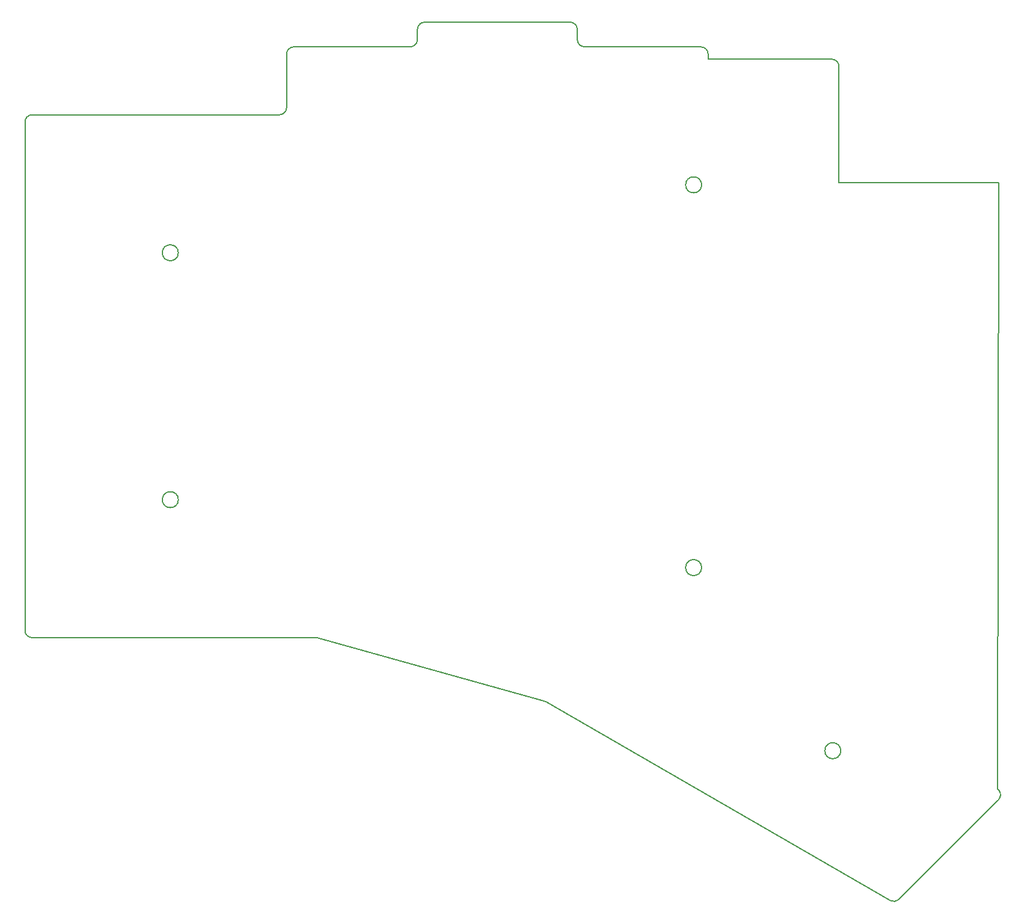
<source format=gm1>
G04 #@! TF.GenerationSoftware,KiCad,Pcbnew,8.0.8+1*
G04 #@! TF.CreationDate,2025-03-17T19:58:04+00:00*
G04 #@! TF.ProjectId,bottom_plate,626f7474-6f6d-45f7-906c-6174652e6b69,0.1*
G04 #@! TF.SameCoordinates,Original*
G04 #@! TF.FileFunction,Profile,NP*
%FSLAX46Y46*%
G04 Gerber Fmt 4.6, Leading zero omitted, Abs format (unit mm)*
G04 Created by KiCad (PCBNEW 8.0.8+1) date 2025-03-17 19:58:04*
%MOMM*%
%LPD*%
G01*
G04 APERTURE LIST*
G04 #@! TA.AperFunction,Profile*
%ADD10C,0.150000*%
G04 #@! TD*
G04 APERTURE END LIST*
D10*
X39000000Y-159500000D02*
X39000000Y-89500000D01*
X40000000Y-88500000D02*
X74000000Y-88500000D01*
X75000000Y-87500000D02*
X75000000Y-80150000D01*
X76000000Y-79150000D02*
X92000000Y-79150000D01*
X93000000Y-78150000D02*
X93000000Y-76750000D01*
X94000000Y-75750000D02*
X114000000Y-75750000D01*
X115000000Y-76750000D02*
X115000000Y-78150000D01*
X116000000Y-79150000D02*
X132000000Y-79150000D01*
X133000000Y-80150000D02*
X133000000Y-80850000D01*
X133000000Y-80850000D02*
X150000000Y-80850000D01*
X151000000Y-81850000D02*
X151000000Y-97850000D01*
X172845574Y-181295623D02*
X173017912Y-181520029D01*
X172931915Y-182836221D02*
X159245626Y-196522510D01*
X158038520Y-196681428D02*
X110660495Y-169327713D01*
X110428144Y-169230222D02*
X79131338Y-160536484D01*
X78863689Y-160500000D02*
X40000000Y-160500000D01*
X39000000Y-89500000D02*
G75*
G02*
X40000000Y-88500000I1000000J0D01*
G01*
X75000000Y-87500000D02*
G75*
G02*
X74000000Y-88500000I-1000000J0D01*
G01*
X75000000Y-80150000D02*
G75*
G02*
X76000000Y-79150000I1000000J0D01*
G01*
X93000000Y-78150000D02*
G75*
G02*
X92000000Y-79150000I-1000000J0D01*
G01*
X93000000Y-76750000D02*
G75*
G02*
X94000000Y-75750000I1000000J0D01*
G01*
X114000000Y-75750000D02*
G75*
G02*
X115000000Y-76750000I0J-1000000D01*
G01*
X116000000Y-79150000D02*
G75*
G02*
X115000000Y-78150000I0J1000000D01*
G01*
X132000000Y-79150000D02*
G75*
G02*
X133000000Y-80150000I0J-1000000D01*
G01*
X150000000Y-80850000D02*
G75*
G02*
X151000000Y-81850000I0J-1000000D01*
G01*
X173017912Y-181520029D02*
G75*
G02*
X172931902Y-182836208I-793112J-609071D01*
G01*
X159245626Y-196522510D02*
G75*
G02*
X158038508Y-196681448I-707126J707110D01*
G01*
X110428144Y-169230222D02*
G75*
G02*
X110660494Y-169327715I-267644J-963478D01*
G01*
X78863689Y-160500000D02*
G75*
G02*
X79131339Y-160536481I11J-1000000D01*
G01*
X40000000Y-160500000D02*
G75*
G02*
X39000000Y-159500000I0J1000000D01*
G01*
X60100000Y-107500000D02*
G75*
G02*
X57900000Y-107500000I-1100000J0D01*
G01*
X57900000Y-107500000D02*
G75*
G02*
X60100000Y-107500000I1100000J0D01*
G01*
X60100000Y-141500000D02*
G75*
G02*
X57900000Y-141500000I-1100000J0D01*
G01*
X57900000Y-141500000D02*
G75*
G02*
X60100000Y-141500000I1100000J0D01*
G01*
X132100000Y-98150000D02*
G75*
G02*
X129900000Y-98150000I-1100000J0D01*
G01*
X129900000Y-98150000D02*
G75*
G02*
X132100000Y-98150000I1100000J0D01*
G01*
X132100000Y-150850000D02*
G75*
G02*
X129900000Y-150850000I-1100000J0D01*
G01*
X129900000Y-150850000D02*
G75*
G02*
X132100000Y-150850000I1100000J0D01*
G01*
X151247052Y-176064021D02*
G75*
G02*
X149047052Y-176064021I-1100000J0D01*
G01*
X149047052Y-176064021D02*
G75*
G02*
X151247052Y-176064021I1100000J0D01*
G01*
X151000000Y-97850000D02*
X173000000Y-97850000D01*
X173000000Y-97850000D02*
X172845574Y-181295623D01*
M02*

</source>
